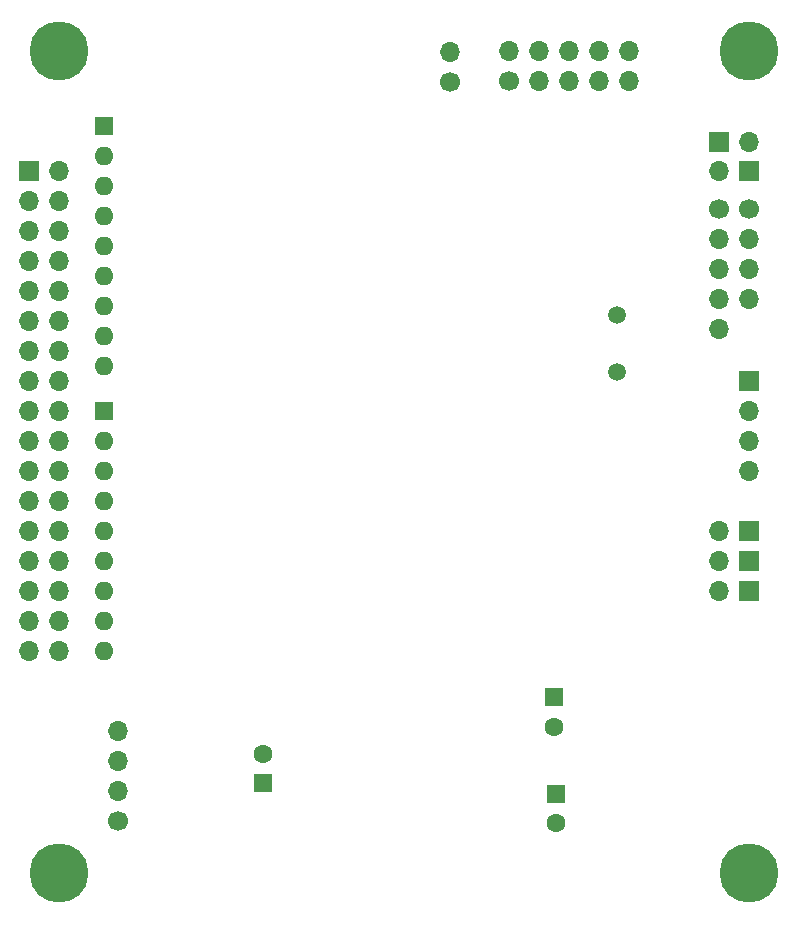
<source format=gbr>
%TF.GenerationSoftware,KiCad,Pcbnew,(5.1.9)-1*%
%TF.CreationDate,2021-08-09T15:54:16+01:00*%
%TF.ProjectId,OpenFlopsShort,4f70656e-466c-46f7-9073-53686f72742e,rev?*%
%TF.SameCoordinates,Original*%
%TF.FileFunction,Soldermask,Bot*%
%TF.FilePolarity,Negative*%
%FSLAX46Y46*%
G04 Gerber Fmt 4.6, Leading zero omitted, Abs format (unit mm)*
G04 Created by KiCad (PCBNEW (5.1.9)-1) date 2021-08-09 15:54:16*
%MOMM*%
%LPD*%
G01*
G04 APERTURE LIST*
%ADD10O,1.700000X1.700000*%
%ADD11R,1.700000X1.700000*%
%ADD12C,1.700000*%
%ADD13O,1.600000X1.600000*%
%ADD14R,1.600000X1.600000*%
%ADD15C,1.500000*%
%ADD16C,5.000000*%
%ADD17C,1.600000*%
G04 APERTURE END LIST*
D10*
%TO.C,J1*%
X166624000Y-68643500D03*
D11*
X169164000Y-68643500D03*
%TD*%
D10*
%TO.C,J2*%
X169164000Y-66167000D03*
D11*
X166624000Y-66167000D03*
%TD*%
D10*
%TO.C,P9*%
X166624000Y-104203500D03*
D11*
X169164000Y-104203500D03*
%TD*%
D10*
%TO.C,J4*%
X166624000Y-101663500D03*
D11*
X169164000Y-101663500D03*
%TD*%
D10*
%TO.C,J3*%
X166624000Y-99123500D03*
D11*
X169164000Y-99123500D03*
%TD*%
D10*
%TO.C,P6*%
X166624000Y-81978500D03*
X166624000Y-79438500D03*
X166624000Y-76898500D03*
X166624000Y-74358500D03*
D12*
X166624000Y-71818500D03*
%TD*%
D10*
%TO.C,P7*%
X169164000Y-79438500D03*
X169164000Y-76898500D03*
X169164000Y-74358500D03*
D12*
X169164000Y-71818500D03*
%TD*%
D13*
%TO.C,RN2*%
X114554000Y-109283500D03*
X114554000Y-106743500D03*
X114554000Y-104203500D03*
X114554000Y-101663500D03*
X114554000Y-99123500D03*
X114554000Y-96583500D03*
X114554000Y-94043500D03*
X114554000Y-91503500D03*
D14*
X114554000Y-88963500D03*
%TD*%
D13*
%TO.C,RN1*%
X114554000Y-85153500D03*
X114554000Y-82613500D03*
X114554000Y-80073500D03*
X114554000Y-77533500D03*
X114554000Y-74993500D03*
X114554000Y-72453500D03*
X114554000Y-69913500D03*
X114554000Y-67373500D03*
D14*
X114554000Y-64833500D03*
%TD*%
D10*
%TO.C,P8*%
X169164000Y-94043500D03*
X169164000Y-91503500D03*
X169164000Y-88963500D03*
D11*
X169164000Y-86423500D03*
%TD*%
D15*
%TO.C,Y1*%
X157988000Y-80781500D03*
X157988000Y-85661500D03*
%TD*%
D10*
%TO.C,P5*%
X143852900Y-58496200D03*
D12*
X143852900Y-61036200D03*
%TD*%
D10*
%TO.C,P4*%
X159004000Y-58483500D03*
X159004000Y-61023500D03*
X156464000Y-58483500D03*
X156464000Y-61023500D03*
X153924000Y-58483500D03*
X153924000Y-61023500D03*
X151384000Y-58483500D03*
X151384000Y-61023500D03*
X148844000Y-58483500D03*
D12*
X148844000Y-61023500D03*
%TD*%
D10*
%TO.C,P2*%
X115768120Y-115994180D03*
X115768120Y-118534180D03*
X115768120Y-121074180D03*
D12*
X115768120Y-123614180D03*
%TD*%
D10*
%TO.C,P1*%
X110744000Y-109283500D03*
X108204000Y-109283500D03*
X110744000Y-106743500D03*
X108204000Y-106743500D03*
X110744000Y-104203500D03*
X108204000Y-104203500D03*
X110744000Y-101663500D03*
X108204000Y-101663500D03*
X110744000Y-99123500D03*
X108204000Y-99123500D03*
X110744000Y-96583500D03*
X108204000Y-96583500D03*
X110744000Y-94043500D03*
X108204000Y-94043500D03*
X110744000Y-91503500D03*
X108204000Y-91503500D03*
X110744000Y-88963500D03*
X108204000Y-88963500D03*
X110744000Y-86423500D03*
X108204000Y-86423500D03*
X110744000Y-83883500D03*
X108204000Y-83883500D03*
X110744000Y-81343500D03*
X108204000Y-81343500D03*
X110744000Y-78803500D03*
X108204000Y-78803500D03*
X110744000Y-76263500D03*
X108204000Y-76263500D03*
X110744000Y-73723500D03*
X108204000Y-73723500D03*
X110744000Y-71183500D03*
X108204000Y-71183500D03*
X110744000Y-68643500D03*
D11*
X108204000Y-68643500D03*
%TD*%
D16*
%TO.C,H5*%
X169164000Y-128079500D03*
%TD*%
%TO.C,H4*%
X110744000Y-128079500D03*
%TD*%
%TO.C,H3*%
X110744000Y-58483500D03*
%TD*%
%TO.C,H2*%
X169164000Y-58483500D03*
%TD*%
D17*
%TO.C,C19*%
X152781000Y-123848500D03*
D14*
X152781000Y-121348500D03*
%TD*%
D17*
%TO.C,C17*%
X152654000Y-115657000D03*
D14*
X152654000Y-113157000D03*
%TD*%
D17*
%TO.C,C1*%
X128016000Y-117959500D03*
D14*
X128016000Y-120459500D03*
%TD*%
M02*

</source>
